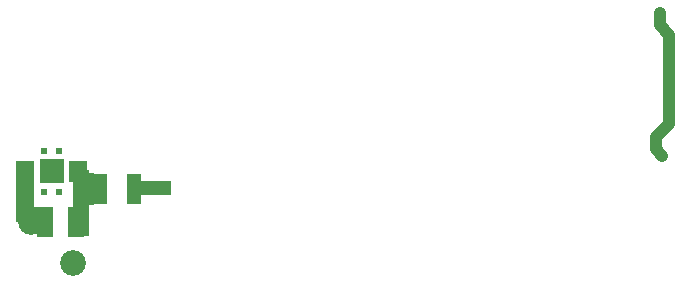
<source format=gbr>
G04 EAGLE Gerber RS-274X export*
G75*
%MOMM*%
%FSLAX34Y34*%
%LPD*%
%INBottom Copper*%
%IPPOS*%
%AMOC8*
5,1,8,0,0,1.08239X$1,22.5*%
G01*
%ADD10R,1.500000X5.000000*%
%ADD11R,0.875000X1.375000*%
%ADD12R,1.375000X5.625000*%
%ADD13R,0.750000X2.750000*%
%ADD14R,3.400000X1.300000*%
%ADD15C,2.184400*%
%ADD16R,2.000000X2.000000*%
%ADD17R,1.500000X0.500000*%
%ADD18R,1.500000X1.000000*%
%ADD19R,0.500000X0.500000*%
%ADD20R,1.270000X2.540000*%
%ADD21R,1.397000X2.590800*%
%ADD22C,0.906400*%
%ADD23C,1.016000*%
%ADD24C,0.756400*%


D10*
X-122500Y-91750D03*
D11*
X-110625Y-109875D03*
D12*
X-75625Y-99875D03*
D13*
X-67500Y-88000D03*
D14*
X-16000Y-87500D03*
D15*
X-82097Y-150903D03*
X-117403Y-115597D03*
D16*
X-100000Y-73000D03*
D17*
X-77500Y-66750D03*
X-77500Y-79875D03*
X-122500Y-66750D03*
X-122500Y-79250D03*
D18*
X-77500Y-73000D03*
X-122500Y-73000D03*
D19*
X-93650Y-55538D03*
X-106350Y-55538D03*
X-93650Y-90463D03*
X-106350Y-90463D03*
D20*
X-59288Y-87999D03*
X-30712Y-88000D03*
D21*
X-105502Y-115500D03*
X-79498Y-115500D03*
D22*
X415000Y61250D03*
D23*
X411250Y-53750D02*
X416250Y-60000D01*
X411250Y-53750D02*
X411250Y-43750D01*
X422500Y-32500D01*
X422500Y42500D01*
X415000Y51250D01*
X415000Y61250D01*
D22*
X416250Y-60000D03*
D24*
X-3750Y-88000D03*
X-23750Y-88000D03*
X-13750Y-88000D03*
M02*

</source>
